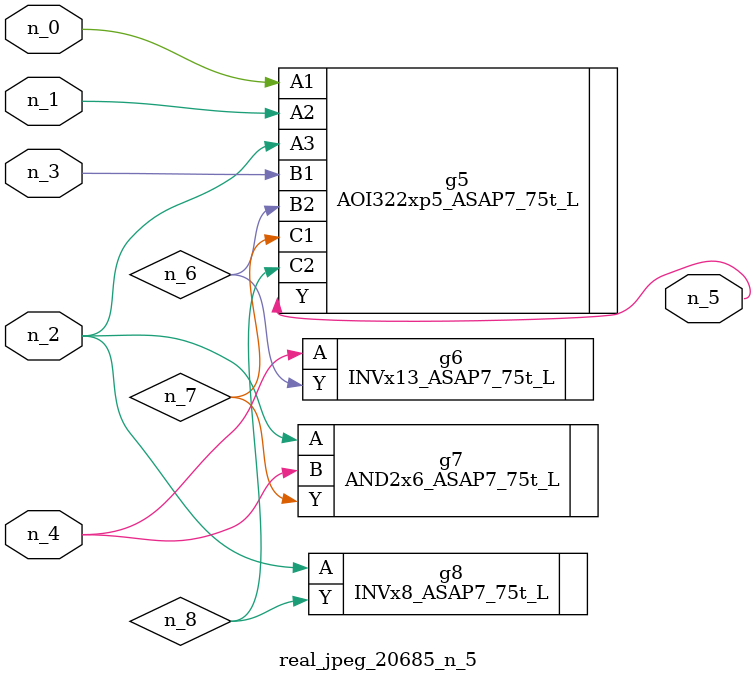
<source format=v>
module real_jpeg_20685_n_5 (n_4, n_0, n_1, n_2, n_3, n_5);

input n_4;
input n_0;
input n_1;
input n_2;
input n_3;

output n_5;

wire n_8;
wire n_6;
wire n_7;

AOI322xp5_ASAP7_75t_L g5 ( 
.A1(n_0),
.A2(n_1),
.A3(n_2),
.B1(n_3),
.B2(n_6),
.C1(n_7),
.C2(n_8),
.Y(n_5)
);

AND2x6_ASAP7_75t_L g7 ( 
.A(n_2),
.B(n_4),
.Y(n_7)
);

INVx8_ASAP7_75t_L g8 ( 
.A(n_2),
.Y(n_8)
);

INVx13_ASAP7_75t_L g6 ( 
.A(n_4),
.Y(n_6)
);


endmodule
</source>
